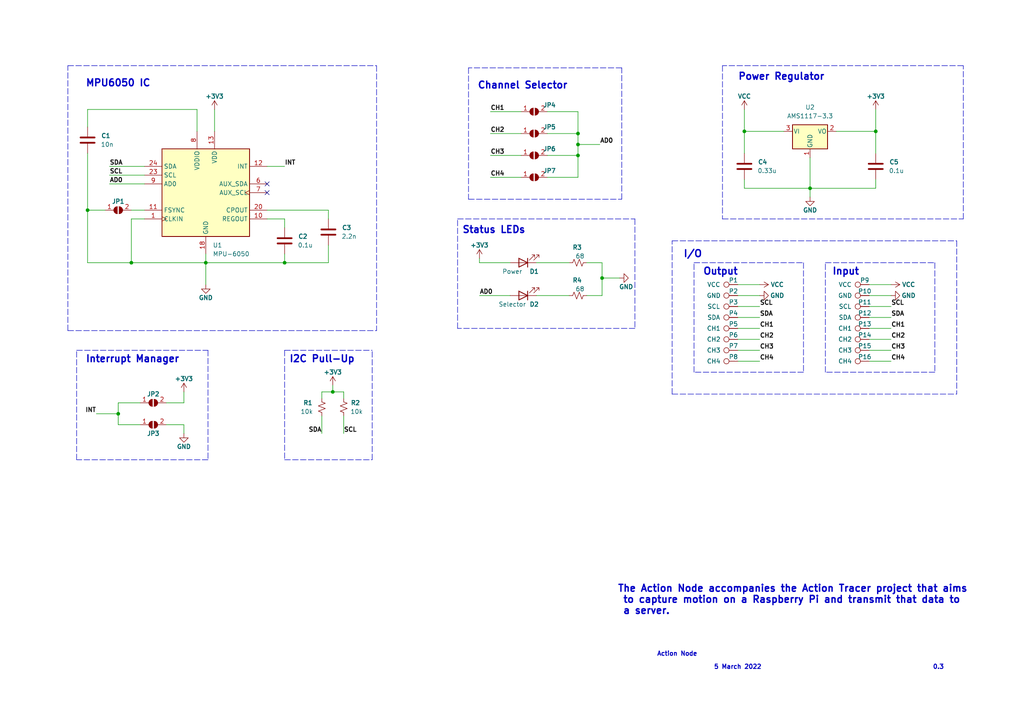
<source format=kicad_sch>
(kicad_sch (version 20211123) (generator eeschema)
  (paper "A4")
  (lib_symbols
    (symbol "Connector:TestPoint" (pin_numbers hide) (pin_names (offset 0.762) hide)
      (property "Reference" "TP" (at 0 6.858 0))
      (property "Value" "TestPoint" (at 0 5.08 0))
      (symbol "TestPoint_0_1"
        (circle (center 0 3.302) (radius 0.762))
      )
      (symbol "TestPoint_1_1"
        (pin passive line (at 0 0 90) (length 2.54) (name "1") (number "1"))
      )
    )
    (symbol "Device:C" (pin_numbers hide) (pin_names (offset 0.254))
      (property "Reference" "C" (at 0.635 2.54 0))
      (property "Value" "C" (at 0.635 -2.54 0))
      (symbol "C_0_1"
        (polyline (pts (xy -2.032 -0.762) (xy 2.032 -0.762)) (stroke (width 0.508)))
        (polyline (pts (xy -2.032 0.762) (xy 2.032 0.762)) (stroke (width 0.508)))
      )
      (symbol "C_1_1"
        (pin passive line (at 0 3.81 270) (length 2.794) (name "~") (number "1"))
        (pin passive line (at 0 -3.81 90) (length 2.794) (name "~") (number "2"))
      )
    )
    (symbol "Device:LED" (pin_numbers hide) (pin_names (offset 1.016) hide)
      (property "Reference" "D" (at 0 2.54 0))
      (property "Value" "LED" (at 0 -2.54 0))
      (symbol "LED_0_1"
        (polyline (pts (xy -1.27 -1.27) (xy -1.27 1.27)) (stroke (width 0.254)))
        (polyline (pts (xy -1.27 0) (xy 1.27 0)))
        (polyline (pts (xy 1.27 -1.27) (xy 1.27 1.27) (xy -1.27 0) (xy 1.27 -1.27)) (stroke (width 0.254)))
        (polyline (pts (xy -3.048 -0.762) (xy -4.572 -2.286) (xy -3.81 -2.286) (xy -4.572 -2.286) (xy -4.572 -1.524)))
        (polyline (pts (xy -1.778 -0.762) (xy -3.302 -2.286) (xy -2.54 -2.286) (xy -3.302 -2.286) (xy -3.302 -1.524)))
      )
      (symbol "LED_1_1"
        (pin passive line (at -3.81 0 0) (length 2.54) (name "K") (number "1"))
        (pin passive line (at 3.81 0 180) (length 2.54) (name "A") (number "2"))
      )
    )
    (symbol "Device:R_Small_US" (pin_numbers hide) (pin_names (offset 0.254) hide)
      (property "Reference" "R" (at 0.762 0.508 0))
      (property "Value" "R_Small_US" (at 0.762 -1.016 0))
      (symbol "R_Small_US_1_1"
        (polyline (pts (xy 0 0) (xy 1.016 -0.381) (xy 0 -0.762) (xy -1.016 -1.143) (xy 0 -1.524)))
        (polyline (pts (xy 0 1.524) (xy 1.016 1.143) (xy 0 0.762) (xy -1.016 0.381) (xy 0 0)))
        (pin passive line (at 0 2.54 270) (length 1.016) (name "~") (number "1"))
        (pin passive line (at 0 -2.54 90) (length 1.016) (name "~") (number "2"))
      )
    )
    (symbol "Jumper:SolderJumper_2_Open" (pin_names (offset 0) hide)
      (property "Reference" "JP" (at 0 2.032 0))
      (property "Value" "SolderJumper_2_Open" (at 0 -2.54 0))
      (symbol "SolderJumper_2_Open_0_1"
        (arc (start -0.254 1.016) (mid -1.27 0) (end -0.254 -1.016))
        (arc (start -0.254 1.016) (mid -1.27 0) (end -0.254 -1.016) (fill (type outline)))
        (polyline (pts (xy -0.254 1.016) (xy -0.254 -1.016)))
        (polyline (pts (xy 0.254 1.016) (xy 0.254 -1.016)))
        (arc (start 0.254 -1.016) (mid 1.27 0) (end 0.254 1.016))
        (arc (start 0.254 -1.016) (mid 1.27 0) (end 0.254 1.016) (fill (type outline)))
      )
      (symbol "SolderJumper_2_Open_1_1"
        (pin passive line (at -3.81 0 0) (length 2.54) (name "A") (number "1"))
        (pin passive line (at 3.81 0 180) (length 2.54) (name "B") (number "2"))
      )
    )
    (symbol "Regulator_Linear:AMS1117-3.3" (pin_names (offset 0.254))
      (property "Reference" "U" (at -3.81 3.175 0))
      (property "Value" "AMS1117-3.3" (at 0 3.175 0))
      (symbol "AMS1117-3.3_0_1"
        (rectangle (start -5.08 -5.08) (end 5.08 1.905) (stroke (width 0.254)) (fill (type background)))
      )
      (symbol "AMS1117-3.3_1_1"
        (pin power_in line (at 0 -7.62 90) (length 2.54) (name "GND") (number "1"))
        (pin power_out line (at 7.62 0 180) (length 2.54) (name "VO") (number "2"))
        (pin power_in line (at -7.62 0 0) (length 2.54) (name "VI") (number "3"))
      )
    )
    (symbol "Sensor_Motion:MPU-6050"
      (property "Reference" "U" (at -11.43 13.97 0))
      (property "Value" "MPU-6050" (at 7.62 -13.97 0))
      (symbol "MPU-6050_0_1"
        (rectangle (start -12.7 12.7) (end 12.7 -12.7) (stroke (width 0.254)) (fill (type background)))
      )
      (symbol "MPU-6050_1_1"
        (pin input clock (at -17.78 -7.62 0) (length 5.08) (name "CLKIN") (number "1"))
        (pin passive line (at 17.78 -7.62 180) (length 5.08) (name "REGOUT") (number "10"))
        (pin input line (at -17.78 -5.08 0) (length 5.08) (name "FSYNC") (number "11"))
        (pin output line (at 17.78 7.62 180) (length 5.08) (name "INT") (number "12"))
        (pin power_in line (at 2.54 17.78 270) (length 5.08) (name "VDD") (number "13"))
        (pin power_in line (at 0 -17.78 90) (length 5.08) (name "GND") (number "18"))
        (pin passive line (at 17.78 -5.08 180) (length 5.08) (name "CPOUT") (number "20"))
        (pin input line (at -17.78 5.08 0) (length 5.08) (name "SCL") (number "23"))
        (pin bidirectional line (at -17.78 7.62 0) (length 5.08) (name "SDA") (number "24"))
        (pin bidirectional line (at 17.78 2.54 180) (length 5.08) (name "AUX_SDA") (number "6"))
        (pin output clock (at 17.78 0 180) (length 5.08) (name "AUX_SCL") (number "7"))
        (pin power_in line (at -2.54 17.78 270) (length 5.08) (name "VDDIO") (number "8"))
        (pin input line (at -17.78 2.54 0) (length 5.08) (name "AD0") (number "9"))
      )
    )
    (symbol "power:+3.3V" (power) (pin_names (offset 0))
      (property "Value" "+3.3V" (at 0 3.556 0))
      (symbol "+3.3V_0_1"
        (polyline (pts (xy -0.762 1.27) (xy 0 2.54)))
        (polyline (pts (xy 0 0) (xy 0 2.54)))
        (polyline (pts (xy 0 2.54) (xy 0.762 1.27)))
      )
      (symbol "+3.3V_1_1"
        (pin power_in line (at 0 0 90) (length 0) hide (name "+3V3") (number "1"))
      )
    )
    (symbol "power:GND" (power) (pin_names (offset 0))
      (property "Value" "GND" (at 0 -3.81 0))
      (symbol "GND_0_1"
        (polyline (pts (xy 0 0) (xy 0 -1.27) (xy 1.27 -1.27) (xy 0 -2.54) (xy -1.27 -1.27) (xy 0 -1.27)))
      )
      (symbol "GND_1_1"
        (pin power_in line (at 0 0 270) (length 0) hide (name "GND") (number "1"))
      )
    )
    (symbol "power:VCC" (power) (pin_names (offset 0))
      (property "Value" "VCC" (at 0 3.81 0))
      (symbol "VCC_0_1"
        (polyline (pts (xy -0.762 1.27) (xy 0 2.54)))
        (polyline (pts (xy 0 0) (xy 0 2.54)))
        (polyline (pts (xy 0 2.54) (xy 0.762 1.27)))
      )
      (symbol "VCC_1_1"
        (pin power_in line (at 0 0 90) (length 0) hide (name "VCC") (number "1"))
      )
    )
  )
  (junction (at 234.95 54.61))
  (junction (at 38.1 76.2))
  (junction (at 167.64 41.91))
  (junction (at 174.625 80.645))
  (junction (at 82.55 76.2))
  (junction (at 167.64 38.735))
  (junction (at 59.69 76.2))
  (junction (at 215.9 38.1))
  (junction (at 254 38.1))
  (junction (at 167.64 45.085))
  (junction (at 96.52 113.665))
  (junction (at 25.4 60.96))
  (junction (at 34.29 120.015))
  (no_connect (at 77.47 55.88))
  (no_connect (at 77.47 53.34))
  (wire (pts (xy 252.095 88.9) (xy 258.445 88.9)))
  (polyline (pts (xy 209.55 63.5) (xy 279.4 63.5)))
  (wire (pts (xy 167.64 51.435) (xy 167.64 45.085)))
  (wire (pts (xy 142.24 45.085) (xy 151.13 45.085)))
  (polyline (pts (xy 132.715 63.5) (xy 184.15 63.5)))
  (polyline (pts (xy 239.395 76.2) (xy 271.145 76.2)))
  (wire (pts (xy 213.995 88.9) (xy 220.345 88.9)))
  (wire (pts (xy 38.1 63.5) (xy 41.91 63.5)))
  (wire (pts (xy 93.345 120.65) (xy 93.345 125.73)))
  (wire (pts (xy 213.995 101.6) (xy 220.345 101.6)))
  (polyline (pts (xy 194.945 114.3) (xy 277.495 114.3)))
  (wire (pts (xy 82.55 76.2) (xy 95.25 76.2)))
  (wire (pts (xy 213.995 85.725) (xy 220.345 85.725)))
  (wire (pts (xy 213.995 92.075) (xy 220.345 92.075)))
  (wire (pts (xy 34.29 123.19) (xy 40.64 123.19)))
  (wire (pts (xy 167.64 41.91) (xy 173.99 41.91)))
  (polyline (pts (xy 194.945 114.3) (xy 194.945 69.85)))
  (wire (pts (xy 213.995 98.425) (xy 220.345 98.425)))
  (wire (pts (xy 252.095 98.425) (xy 258.445 98.425)))
  (wire (pts (xy 53.34 116.84) (xy 48.26 116.84)))
  (wire (pts (xy 167.64 41.91) (xy 167.64 38.735)))
  (wire (pts (xy 215.9 52.07) (xy 215.9 54.61)))
  (wire (pts (xy 213.995 95.25) (xy 220.345 95.25)))
  (wire (pts (xy 95.25 71.12) (xy 95.25 76.2)))
  (wire (pts (xy 174.625 76.2) (xy 174.625 80.645)))
  (polyline (pts (xy 209.55 19.05) (xy 209.55 63.5)))
  (wire (pts (xy 82.55 63.5) (xy 77.47 63.5)))
  (wire (pts (xy 158.75 51.435) (xy 167.64 51.435)))
  (polyline (pts (xy 180.34 57.785) (xy 180.34 19.685)))
  (wire (pts (xy 38.1 63.5) (xy 38.1 76.2)))
  (wire (pts (xy 34.29 116.84) (xy 40.64 116.84)))
  (wire (pts (xy 25.4 60.96) (xy 25.4 76.2)))
  (wire (pts (xy 252.095 85.725) (xy 258.445 85.725)))
  (wire (pts (xy 96.52 111.76) (xy 96.52 113.665)))
  (wire (pts (xy 99.695 120.65) (xy 99.695 125.73)))
  (wire (pts (xy 254 54.61) (xy 234.95 54.61)))
  (wire (pts (xy 254 38.1) (xy 254 31.75)))
  (polyline (pts (xy 277.495 69.85) (xy 277.495 114.3)))
  (wire (pts (xy 242.57 38.1) (xy 254 38.1)))
  (wire (pts (xy 93.345 113.665) (xy 93.345 115.57)))
  (polyline (pts (xy 180.34 19.685) (xy 135.89 19.685)))
  (polyline (pts (xy 279.4 63.5) (xy 279.4 19.05)))
  (wire (pts (xy 215.9 38.1) (xy 227.33 38.1)))
  (wire (pts (xy 213.995 82.55) (xy 220.345 82.55)))
  (wire (pts (xy 215.9 31.75) (xy 215.9 38.1)))
  (polyline (pts (xy 194.945 69.85) (xy 277.495 69.85)))
  (wire (pts (xy 31.75 48.26) (xy 41.91 48.26)))
  (polyline (pts (xy 184.15 95.25) (xy 132.715 95.25)))
  (polyline (pts (xy 22.225 133.35) (xy 22.225 101.6)))
  (wire (pts (xy 77.47 60.96) (xy 95.25 60.96)))
  (wire (pts (xy 57.15 38.1) (xy 57.15 31.75)))
  (wire (pts (xy 170.18 85.725) (xy 174.625 85.725)))
  (wire (pts (xy 99.695 115.57) (xy 99.695 113.665)))
  (wire (pts (xy 167.64 45.085) (xy 167.64 41.91)))
  (wire (pts (xy 48.26 123.19) (xy 53.34 123.19)))
  (wire (pts (xy 77.47 48.26) (xy 82.55 48.26)))
  (polyline (pts (xy 60.325 101.6) (xy 60.325 133.35)))
  (wire (pts (xy 215.9 38.1) (xy 215.9 44.45)))
  (wire (pts (xy 31.75 53.34) (xy 41.91 53.34)))
  (wire (pts (xy 213.995 104.775) (xy 220.345 104.775)))
  (wire (pts (xy 27.94 120.015) (xy 34.29 120.015)))
  (wire (pts (xy 25.4 44.45) (xy 25.4 60.96)))
  (wire (pts (xy 25.4 76.2) (xy 38.1 76.2)))
  (polyline (pts (xy 19.685 95.885) (xy 19.685 19.05)))
  (wire (pts (xy 25.4 31.75) (xy 25.4 36.83)))
  (polyline (pts (xy 19.685 95.885) (xy 109.22 95.885)))
  (wire (pts (xy 53.34 123.19) (xy 53.34 125.73)))
  (polyline (pts (xy 82.55 133.35) (xy 107.95 133.35)))
  (polyline (pts (xy 60.325 133.35) (xy 22.225 133.35)))
  (wire (pts (xy 34.29 120.015) (xy 34.29 116.84)))
  (polyline (pts (xy 233.045 107.95) (xy 201.295 107.95)))
  (wire (pts (xy 82.55 66.04) (xy 82.55 63.5)))
  (polyline (pts (xy 135.89 57.785) (xy 180.34 57.785)))
  (wire (pts (xy 252.095 95.25) (xy 258.445 95.25)))
  (wire (pts (xy 34.29 120.015) (xy 34.29 123.19)))
  (wire (pts (xy 82.55 73.66) (xy 82.55 76.2)))
  (wire (pts (xy 95.25 60.96) (xy 95.25 63.5)))
  (wire (pts (xy 158.75 38.735) (xy 167.64 38.735)))
  (wire (pts (xy 170.18 76.2) (xy 174.625 76.2)))
  (wire (pts (xy 252.095 101.6) (xy 258.445 101.6)))
  (wire (pts (xy 62.23 31.75) (xy 62.23 38.1)))
  (wire (pts (xy 96.52 113.665) (xy 93.345 113.665)))
  (wire (pts (xy 139.065 85.725) (xy 147.955 85.725)))
  (wire (pts (xy 38.1 76.2) (xy 59.69 76.2)))
  (wire (pts (xy 142.24 38.735) (xy 151.13 38.735)))
  (wire (pts (xy 174.625 80.645) (xy 179.705 80.645)))
  (polyline (pts (xy 82.55 101.6) (xy 107.95 101.6)))
  (wire (pts (xy 254 52.07) (xy 254 54.61)))
  (wire (pts (xy 142.24 32.385) (xy 151.13 32.385)))
  (wire (pts (xy 59.69 76.2) (xy 59.69 73.66)))
  (polyline (pts (xy 135.89 19.685) (xy 135.89 57.785)))
  (polyline (pts (xy 279.4 19.05) (xy 209.55 19.05)))
  (polyline (pts (xy 271.145 107.95) (xy 239.395 107.95)))
  (wire (pts (xy 234.95 45.72) (xy 234.95 54.61)))
  (polyline (pts (xy 19.685 19.05) (xy 109.22 19.05)))
  (wire (pts (xy 167.64 32.385) (xy 158.75 32.385)))
  (polyline (pts (xy 82.55 101.6) (xy 82.55 133.35)))
  (wire (pts (xy 254 38.1) (xy 254 44.45)))
  (polyline (pts (xy 271.145 76.2) (xy 271.145 107.95)))
  (wire (pts (xy 57.15 31.75) (xy 25.4 31.75)))
  (polyline (pts (xy 22.225 101.6) (xy 60.325 101.6)))
  (polyline (pts (xy 109.22 19.05) (xy 109.22 95.885)))
  (wire (pts (xy 158.75 45.085) (xy 167.64 45.085)))
  (wire (pts (xy 252.095 92.075) (xy 258.445 92.075)))
  (wire (pts (xy 167.64 38.735) (xy 167.64 32.385)))
  (wire (pts (xy 155.575 85.725) (xy 165.1 85.725)))
  (wire (pts (xy 53.34 113.665) (xy 53.34 116.84)))
  (wire (pts (xy 215.9 54.61) (xy 234.95 54.61)))
  (wire (pts (xy 252.095 82.55) (xy 258.445 82.55)))
  (wire (pts (xy 139.065 74.93) (xy 139.065 76.2)))
  (wire (pts (xy 142.24 51.435) (xy 151.13 51.435)))
  (wire (pts (xy 99.695 113.665) (xy 96.52 113.665)))
  (polyline (pts (xy 239.395 107.95) (xy 239.395 76.2)))
  (polyline (pts (xy 201.295 107.95) (xy 201.295 76.2)))
  (polyline (pts (xy 201.295 76.2) (xy 233.045 76.2)))
  (polyline (pts (xy 132.715 95.25) (xy 132.715 63.5)))
  (wire (pts (xy 139.065 76.2) (xy 147.955 76.2)))
  (wire (pts (xy 30.48 60.96) (xy 25.4 60.96)))
  (wire (pts (xy 174.625 85.725) (xy 174.625 80.645)))
  (polyline (pts (xy 184.15 63.5) (xy 184.15 95.25)))
  (wire (pts (xy 31.75 50.8) (xy 41.91 50.8)))
  (wire (pts (xy 234.95 54.61) (xy 234.95 57.15)))
  (wire (pts (xy 59.69 76.2) (xy 82.55 76.2)))
  (polyline (pts (xy 233.045 76.2) (xy 233.045 107.95)))
  (wire (pts (xy 252.095 104.775) (xy 258.445 104.775)))
  (wire (pts (xy 38.1 60.96) (xy 41.91 60.96)))
  (polyline (pts (xy 107.95 133.35) (xy 107.95 101.6)))
  (wire (pts (xy 155.575 76.2) (xy 165.1 76.2)))
  (wire (pts (xy 59.69 76.2) (xy 59.69 82.55)))
  (text "I2C Pull-Up" (at 83.82 105.41 0) (effects (font (size 2 2) bold) (justify left bottom)))
  (text "Status LEDs" (at 133.985 67.945 0) (effects (font (size 2 2) bold) (justify left bottom)))
  (text "I/O" (at 198.12 74.93 0) (effects (font (size 2 2) bold) (justify left bottom)))
  (text "Output" (at 203.835 80.01 0) (effects (font (size 2 2) bold) (justify left bottom)))
  (text "Power Regulator" (at 213.995 23.495 0) (effects (font (size 2 2) bold) (justify left bottom)))
  (text "Action Node" (at 190.5 190.5 0) (effects (font (size 1.27 1.27) (thickness 0.254) bold) (justify left bottom)))
  (text "Channel Selector" (at 138.43 26.035 0) (effects (font (size 2 2) bold) (justify left bottom)))
  (text "5 March 2022" (at 207.01 194.31 0) (effects (font (size 1.27 1.27) bold) (justify left bottom)))
  (text "MPU6050 IC" (at 24.765 25.4 0) (effects (font (size 2 2) bold) (justify left bottom)))
  (text "The Action Node accompanies the Action Tracer project that aims\n to capture motion on a Raspberry Pi and transmit that data to\n a server." (at 179.07 178.435 0) (effects (font (size 2 2) bold) (justify left bottom)))
  (text "0.3" (at 270.51 194.31 0) (effects (font (size 1.27 1.27) bold) (justify left bottom)))
  (text "Input" (at 241.3 80.01 0) (effects (font (size 2 2) bold) (justify left bottom)))
  (text "Interrupt Manager" (at 24.765 105.41 0) (effects (font (size 2 2) bold) (justify left bottom)))
  (label "CH1" (at 220.345 95.25 0) (effects (font bold)))
  (label "INT" (at 27.94 120.015 180) (effects (font bold)))
  (label "AD0" (at 31.75 53.34 0) (effects (font bold)))
  (label "AD0" (at 173.99 41.91 0) (effects (font bold)))
  (label "SDA" (at 93.345 125.73 180) (effects (font bold)))
  (label "CH3" (at 220.345 101.6 0) (effects (font bold)))
  (label "CH4" (at 220.345 104.775 0) (effects (font bold)))
  (label "CH2" (at 258.445 98.425 0) (effects (font bold)))
  (label "CH1" (at 142.24 32.385 0) (effects (font bold)))
  (label "INT" (at 82.55 48.26 0) (effects (font bold)))
  (label "CH3" (at 258.445 101.6 0) (effects (font bold)))
  (label "CH4" (at 142.24 51.435 0) (effects (font bold)))
  (label "SDA" (at 31.75 48.26 0) (effects (font bold)))
  (label "CH2" (at 220.345 98.425 0) (effects (font bold)))
  (label "AD0" (at 139.065 85.725 0) (effects (font bold)))
  (label "SCL" (at 31.75 50.8 0) (effects (font bold)))
  (label "SCL" (at 220.345 88.9 0) (effects (font bold)))
  (label "CH3" (at 142.24 45.085 0) (effects (font bold)))
  (label "CH2" (at 142.24 38.735 0) (effects (font bold)))
  (label "SCL" (at 99.695 125.73 0) (effects (font bold)))
  (label "CH1" (at 258.445 95.25 0) (effects (font bold)))
  (label "SDA" (at 258.445 92.075 0) (effects (font bold)))
  (label "SCL" (at 258.445 88.9 0) (effects (font bold)))
  (label "SDA" (at 220.345 92.075 0) (effects (font bold)))
  (label "CH4" (at 258.445 104.775 0) (effects (font bold)))
  (symbol (lib_id "power:+3.3V") (at 139.065 74.93 0) (unit 1)
    (property "Reference" "#PWR0109" (effects hide))
    (property "Value" "+3.3V" (at 139.065 71.12 0) (effects (font bold)))
  )
  (symbol (lib_id "Connector:TestPoint") (at 252.095 98.425 90) (unit 1)
    (property "Reference" "P14" (at 250.825 97.155 90))
    (property "Value" "CH2" (at 245.11 98.425 90))
    (property "Footprint" "TestPoint:TestPoint_Pad_D1.0mm" (effects hide))
  )
  (symbol (lib_id "Device:C") (at 254 48.26 0) (unit 1)
    (property "Reference" "C5" (at 257.81 46.9899 0) (effects (font bold) (justify left)))
    (property "Value" "0.1u" (at 257.81 49.5299 0) (effects (justify left)))
    (property "Footprint" "Capacitor_SMD:C_0603_1608Metric" (effects hide))
  )
  (symbol (lib_id "Device:C") (at 215.9 48.26 0) (unit 1)
    (property "Reference" "C4" (at 219.71 46.9899 0) (effects (font bold) (justify left)))
    (property "Value" "0.33u" (at 219.71 49.5299 0) (effects (justify left)))
    (property "Footprint" "Capacitor_SMD:C_0603_1608Metric" (effects hide))
  )
  (symbol (lib_id "Device:R_Small_US") (at 99.695 118.11 0) (unit 1)
    (property "Reference" "R2" (at 101.6 116.8399 0) (effects (font bold) (justify left)))
    (property "Value" "10k" (at 101.6 119.3799 0) (effects (justify left)))
    (property "Footprint" "Resistor_SMD:R_0603_1608Metric" (effects hide))
  )
  (symbol (lib_id "power:+3.3V") (at 96.52 111.76 0) (unit 1)
    (property "Reference" "#PWR0106" (effects hide))
    (property "Value" "+3.3V" (at 96.52 107.95 0) (effects (font bold)))
  )
  (symbol (lib_id "Jumper:SolderJumper_2_Open") (at 44.45 123.19 0) (mirror x) (unit 1)
    (property "Reference" "JP3" (at 44.45 125.73 0) (effects (font bold)))
    (property "Value" "Jumper" (effects hide))
    (property "Footprint" "Jumper:SolderJumper-2_P1.3mm_Open_TrianglePad1.0x1.5mm" (effects hide))
  )
  (symbol (lib_id "Connector:TestPoint") (at 213.995 82.55 90) (unit 1)
    (property "Reference" "P1" (at 212.725 81.28 90))
    (property "Value" "VCC" (at 207.01 82.55 90))
    (property "Footprint" "TestPoint:TestPoint_Pad_D1.0mm" (effects hide))
  )
  (symbol (lib_id "Connector:TestPoint") (at 252.095 104.775 90) (unit 1)
    (property "Reference" "P16" (at 250.825 103.505 90))
    (property "Value" "CH4" (at 245.11 104.775 90))
    (property "Footprint" "TestPoint:TestPoint_Pad_D1.0mm" (effects hide))
  )
  (symbol (lib_id "Jumper:SolderJumper_2_Open") (at 154.94 45.085 0) (unit 1)
    (property "Reference" "JP6" (at 159.385 43.18 0) (effects (font bold)))
    (property "Value" "Jumper" (effects hide))
    (property "Footprint" "Jumper:SolderJumper-2_P1.3mm_Open_TrianglePad1.0x1.5mm" (effects hide))
  )
  (symbol (lib_id "power:+3.3V") (at 62.23 31.75 0) (unit 1)
    (property "Reference" "#PWR0104" (effects hide))
    (property "Value" "+3.3V" (at 62.23 27.94 0) (effects (font bold)))
  )
  (symbol (lib_id "Connector:TestPoint") (at 213.995 104.775 90) (unit 1)
    (property "Reference" "P8" (at 212.725 103.505 90))
    (property "Value" "CH4" (at 207.01 104.775 90))
    (property "Footprint" "TestPoint:TestPoint_Pad_D1.0mm" (effects hide))
  )
  (symbol (lib_id "Jumper:SolderJumper_2_Open") (at 154.94 51.435 0) (unit 1)
    (property "Reference" "JP7" (at 159.385 49.53 0) (effects (font bold)))
    (property "Value" "Jumper" (effects hide))
    (property "Footprint" "Jumper:SolderJumper-2_P1.3mm_Open_TrianglePad1.0x1.5mm" (effects hide))
  )
  (symbol (lib_id "power:GND") (at 258.445 85.725 90) (unit 1)
    (property "Reference" "#PWR0113" (effects hide))
    (property "Value" "GND" (at 263.525 85.725 90) (effects (font bold)))
  )
  (symbol (lib_id "power:GND") (at 234.95 57.15 0) (unit 1)
    (property "Reference" "#PWR0101" (effects hide))
    (property "Value" "GND" (at 234.95 60.96 0) (effects (font bold)))
  )
  (symbol (lib_id "Device:C") (at 25.4 40.64 0) (unit 1)
    (property "Reference" "C1" (at 29.21 39.3699 0) (effects (font bold) (justify left)))
    (property "Value" "10n" (at 29.21 41.9099 0) (effects (justify left)))
    (property "Footprint" "Capacitor_SMD:C_0603_1608Metric" (effects hide))
  )
  (symbol (lib_id "power:GND") (at 220.345 85.725 90) (unit 1)
    (property "Reference" "#PWR0112" (effects hide))
    (property "Value" "GND" (at 225.425 85.725 90) (effects (font bold)))
  )
  (symbol (lib_id "power:GND") (at 59.69 82.55 0) (unit 1)
    (property "Reference" "#PWR0105" (effects hide))
    (property "Value" "GND" (at 59.69 86.36 0) (effects (font bold)))
  )
  (symbol (lib_id "Connector:TestPoint") (at 213.995 92.075 90) (unit 1)
    (property "Reference" "P4" (at 212.725 90.805 90))
    (property "Value" "SDA" (at 207.01 92.075 90))
    (property "Footprint" "TestPoint:TestPoint_Pad_D1.0mm" (effects hide))
  )
  (symbol (lib_id "Connector:TestPoint") (at 213.995 98.425 90) (unit 1)
    (property "Reference" "P6" (at 212.725 97.155 90))
    (property "Value" "CH2" (at 207.01 98.425 90))
    (property "Footprint" "TestPoint:TestPoint_Pad_D1.0mm" (effects hide))
  )
  (symbol (lib_id "Jumper:SolderJumper_2_Open") (at 154.94 38.735 0) (unit 1)
    (property "Reference" "JP5" (at 159.385 36.83 0) (effects (font bold)))
    (property "Value" "Jumper" (effects hide))
    (property "Footprint" "Jumper:SolderJumper-2_P1.3mm_Open_TrianglePad1.0x1.5mm" (effects hide))
  )
  (symbol (lib_id "Device:LED") (at 151.765 76.2 180) (unit 1)
    (property "Reference" "D1" (at 154.94 78.74 0) (effects (font bold)))
    (property "Value" "Power" (at 148.59 78.74 0))
    (property "Footprint" "LED_SMD:LED_0603_1608Metric" (effects hide))
  )
  (symbol (lib_id "Connector:TestPoint") (at 213.995 88.9 90) (unit 1)
    (property "Reference" "P3" (at 212.725 87.63 90))
    (property "Value" "SCL" (at 207.01 88.9 90))
    (property "Footprint" "TestPoint:TestPoint_Pad_D1.0mm" (effects hide))
  )
  (symbol (lib_id "Connector:TestPoint") (at 213.995 101.6 90) (unit 1)
    (property "Reference" "P7" (at 212.725 100.33 90))
    (property "Value" "CH3" (at 207.01 101.6 90))
    (property "Footprint" "TestPoint:TestPoint_Pad_D1.0mm" (effects hide))
  )
  (symbol (lib_id "power:GND") (at 179.705 80.645 90) (unit 1)
    (property "Reference" "#PWR0110" (effects hide))
    (property "Value" "GND" (at 181.61 83.185 90) (effects (font bold)))
  )
  (symbol (lib_id "Jumper:SolderJumper_2_Open") (at 154.94 32.385 0) (unit 1)
    (property "Reference" "JP4" (at 159.385 30.48 0) (effects (font bold)))
    (property "Value" "Jumper" (effects hide))
    (property "Footprint" "Jumper:SolderJumper-2_P1.3mm_Open_TrianglePad1.0x1.5mm" (effects hide))
  )
  (symbol (lib_id "Device:C") (at 95.25 67.31 0) (unit 1)
    (property "Reference" "C3" (at 99.06 66.0399 0) (effects (font bold) (justify left)))
    (property "Value" "2.2n" (at 99.06 68.5799 0) (effects (justify left)))
    (property "Footprint" "Capacitor_SMD:C_0603_1608Metric" (effects hide))
  )
  (symbol (lib_id "Device:R_Small_US") (at 167.64 76.2 270) (unit 1)
    (property "Reference" "R3" (at 168.91 71.755 90) (effects (font bold) (justify right)))
    (property "Value" "68" (at 169.545 74.295 90) (effects (justify right)))
    (property "Footprint" "Resistor_SMD:R_0603_1608Metric" (effects hide))
  )
  (symbol (lib_id "power:GND") (at 53.34 125.73 0) (unit 1)
    (property "Reference" "#PWR0108" (effects hide))
    (property "Value" "GND" (at 53.34 129.54 0) (effects (font bold)))
  )
  (symbol (lib_id "Connector:TestPoint") (at 252.095 85.725 90) (unit 1)
    (property "Reference" "P10" (at 250.825 84.455 90))
    (property "Value" "GND" (at 245.11 85.725 90))
    (property "Footprint" "TestPoint:TestPoint_Pad_D1.0mm" (effects hide))
  )
  (symbol (lib_id "power:VCC") (at 220.345 82.55 270) (unit 1)
    (property "Reference" "#PWR0111" (effects hide))
    (property "Value" "VCC" (at 225.425 82.55 90) (effects (font bold)))
  )
  (symbol (lib_id "Device:LED") (at 151.765 85.725 180) (unit 1)
    (property "Reference" "D2" (at 154.94 88.265 0) (effects (font bold)))
    (property "Value" "Selector" (at 148.59 88.265 0))
    (property "Footprint" "LED_SMD:LED_0603_1608Metric" (effects hide))
  )
  (symbol (lib_id "power:VCC") (at 258.445 82.55 270) (unit 1)
    (property "Reference" "#PWR0114" (effects hide))
    (property "Value" "VCC" (at 263.525 82.55 90) (effects (font bold)))
  )
  (symbol (lib_id "power:VCC") (at 215.9 31.75 0) (unit 1)
    (property "Reference" "#PWR0102" (effects hide))
    (property "Value" "VCC" (at 215.9 27.94 0) (effects (font bold)))
  )
  (symbol (lib_id "power:+3.3V") (at 53.34 113.665 0) (unit 1)
    (property "Reference" "#PWR0107" (effects hide))
    (property "Value" "+3.3V" (at 53.34 109.855 0) (effects (font bold)))
  )
  (symbol (lib_id "Regulator_Linear:AMS1117-3.3") (at 234.95 38.1 0) (unit 1)
    (property "Reference" "U2" (at 234.95 31.115 0))
    (property "Value" "AMS1117-3.3" (at 234.95 33.655 0))
    (property "Footprint" "Package_TO_SOT_SMD:SOT-223-3_TabPin2" (effects hide))
    (property "Datasheet" "http://www.advanced-monolithic.com/pdf/ds1117.pdf" (effects hide))
  )
  (symbol (lib_id "Connector:TestPoint") (at 252.095 82.55 90) (unit 1)
    (property "Reference" "P9" (at 250.825 81.28 90))
    (property "Value" "VCC" (at 245.11 82.55 90))
    (property "Footprint" "TestPoint:TestPoint_Pad_D1.0mm" (effects hide))
  )
  (symbol (lib_id "Sensor_Motion:MPU-6050") (at 59.69 55.88 0) (unit 1)
    (property "Reference" "U1" (at 61.7094 71.12 0) (effects (justify left)))
    (property "Value" "MPU-6050" (at 61.7094 73.66 0) (effects (justify left)))
    (property "Footprint" "Sensor_Motion:InvenSense_QFN-24_4x4mm_P0.5mm" (effects hide))
    (property "Datasheet" "https://store.invensense.com/datasheets/invensense/MPU-6050_DataSheet_V3%204.pdf" (effects hide))
  )
  (symbol (lib_id "Connector:TestPoint") (at 252.095 95.25 90) (unit 1)
    (property "Reference" "P13" (at 250.825 93.98 90))
    (property "Value" "CH1" (at 245.11 95.25 90))
    (property "Footprint" "TestPoint:TestPoint_Pad_D1.0mm" (effects hide))
  )
  (symbol (lib_id "Device:C") (at 82.55 69.85 0) (unit 1)
    (property "Reference" "C2" (at 86.36 68.5799 0) (effects (font bold) (justify left)))
    (property "Value" "0.1u" (at 86.36 71.1199 0) (effects (justify left)))
    (property "Footprint" "Capacitor_SMD:C_0603_1608Metric" (effects hide))
  )
  (symbol (lib_id "Jumper:SolderJumper_2_Open") (at 44.45 116.84 0) (unit 1)
    (property "Reference" "JP2" (at 44.45 114.3 0) (effects (font bold)))
    (property "Value" "Jumper" (effects hide))
    (property "Footprint" "Jumper:SolderJumper-2_P1.3mm_Open_TrianglePad1.0x1.5mm" (effects hide))
  )
  (symbol (lib_id "Jumper:SolderJumper_2_Open") (at 34.29 60.96 0) (unit 1)
    (property "Reference" "JP1" (at 34.29 58.42 0) (effects (font bold)))
    (property "Value" "Jumper" (effects hide))
    (property "Footprint" "Jumper:SolderJumper-2_P1.3mm_Open_TrianglePad1.0x1.5mm" (effects hide))
  )
  (symbol (lib_id "Connector:TestPoint") (at 213.995 85.725 90) (unit 1)
    (property "Reference" "P2" (at 212.725 84.455 90))
    (property "Value" "GND" (at 207.01 85.725 90))
    (property "Footprint" "TestPoint:TestPoint_Pad_D1.0mm" (effects hide))
  )
  (symbol (lib_id "Connector:TestPoint") (at 213.995 95.25 90) (unit 1)
    (property "Reference" "P5" (at 212.725 93.98 90))
    (property "Value" "CH1" (at 207.01 95.25 90))
    (property "Footprint" "TestPoint:TestPoint_Pad_D1.0mm" (effects hide))
  )
  (symbol (lib_id "Connector:TestPoint") (at 252.095 101.6 90) (unit 1)
    (property "Reference" "P15" (at 250.825 100.33 90))
    (property "Value" "CH3" (at 245.11 101.6 90))
    (property "Footprint" "TestPoint:TestPoint_Pad_D1.0mm" (effects hide))
  )
  (symbol (lib_id "Device:R_Small_US") (at 167.64 85.725 270) (unit 1)
    (property "Reference" "R4" (at 168.91 81.28 90) (effects (font bold) (justify right)))
    (property "Value" "68" (at 169.545 83.82 90) (effects (justify right)))
    (property "Footprint" "Resistor_SMD:R_0603_1608Metric" (effects hide))
  )
  (symbol (lib_id "Device:R_Small_US") (at 93.345 118.11 0) (unit 1)
    (property "Reference" "R1" (at 90.805 116.8399 0) (effects (font bold) (justify right)))
    (property "Value" "10k" (at 90.805 119.3799 0) (effects (justify right)))
    (property "Footprint" "Resistor_SMD:R_0603_1608Metric" (effects hide))
  )
  (symbol (lib_id "Connector:TestPoint") (at 252.095 92.075 90) (unit 1)
    (property "Reference" "P12" (at 250.825 90.805 90))
    (property "Value" "SDA" (at 245.11 92.075 90))
    (property "Footprint" "TestPoint:TestPoint_Pad_D1.0mm" (effects hide))
  )
  (symbol (lib_id "power:+3.3V") (at 254 31.75 0) (unit 1)
    (property "Reference" "#PWR0103" (effects hide))
    (property "Value" "+3.3V" (at 254 27.94 0) (effects (font bold)))
  )
  (symbol (lib_id "Connector:TestPoint") (at 252.095 88.9 90) (unit 1)
    (property "Reference" "P11" (at 250.825 87.63 90))
    (property "Value" "SCL" (at 245.11 88.9 90))
    (property "Footprint" "TestPoint:TestPoint_Pad_D1.0mm" (effects hide))
  )
)
</source>
